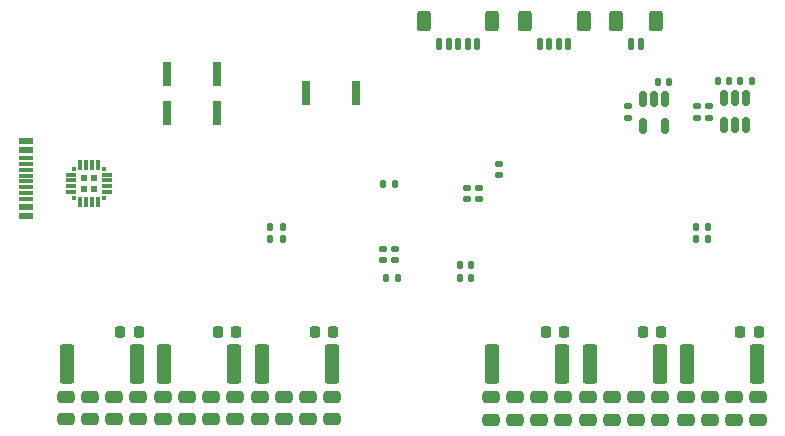
<source format=gbr>
%TF.GenerationSoftware,KiCad,Pcbnew,(6.0.4)*%
%TF.CreationDate,2023-01-05T12:04:55+08:00*%
%TF.ProjectId,FOC_Power,464f435f-506f-4776-9572-2e6b69636164,rev?*%
%TF.SameCoordinates,Original*%
%TF.FileFunction,Paste,Bot*%
%TF.FilePolarity,Positive*%
%FSLAX46Y46*%
G04 Gerber Fmt 4.6, Leading zero omitted, Abs format (unit mm)*
G04 Created by KiCad (PCBNEW (6.0.4)) date 2023-01-05 12:04:55*
%MOMM*%
%LPD*%
G01*
G04 APERTURE LIST*
G04 Aperture macros list*
%AMRoundRect*
0 Rectangle with rounded corners*
0 $1 Rounding radius*
0 $2 $3 $4 $5 $6 $7 $8 $9 X,Y pos of 4 corners*
0 Add a 4 corners polygon primitive as box body*
4,1,4,$2,$3,$4,$5,$6,$7,$8,$9,$2,$3,0*
0 Add four circle primitives for the rounded corners*
1,1,$1+$1,$2,$3*
1,1,$1+$1,$4,$5*
1,1,$1+$1,$6,$7*
1,1,$1+$1,$8,$9*
0 Add four rect primitives between the rounded corners*
20,1,$1+$1,$2,$3,$4,$5,0*
20,1,$1+$1,$4,$5,$6,$7,0*
20,1,$1+$1,$6,$7,$8,$9,0*
20,1,$1+$1,$8,$9,$2,$3,0*%
G04 Aperture macros list end*
%ADD10RoundRect,0.250000X0.475000X-0.250000X0.475000X0.250000X-0.475000X0.250000X-0.475000X-0.250000X0*%
%ADD11RoundRect,0.147500X-0.172500X0.147500X-0.172500X-0.147500X0.172500X-0.147500X0.172500X0.147500X0*%
%ADD12RoundRect,0.140000X-0.140000X-0.170000X0.140000X-0.170000X0.140000X0.170000X-0.140000X0.170000X0*%
%ADD13RoundRect,0.225000X0.225000X0.250000X-0.225000X0.250000X-0.225000X-0.250000X0.225000X-0.250000X0*%
%ADD14RoundRect,0.140000X0.170000X-0.140000X0.170000X0.140000X-0.170000X0.140000X-0.170000X-0.140000X0*%
%ADD15RoundRect,0.140000X0.140000X0.170000X-0.140000X0.170000X-0.140000X-0.170000X0.140000X-0.170000X0*%
%ADD16R,0.540000X0.540000*%
%ADD17R,0.300000X0.300000*%
%ADD18R,0.900000X0.300000*%
%ADD19R,0.300000X0.900000*%
%ADD20RoundRect,0.125000X-0.125000X-0.375000X0.125000X-0.375000X0.125000X0.375000X-0.125000X0.375000X0*%
%ADD21RoundRect,0.250000X-0.350000X-0.600000X0.350000X-0.600000X0.350000X0.600000X-0.350000X0.600000X0*%
%ADD22RoundRect,0.135000X0.135000X0.185000X-0.135000X0.185000X-0.135000X-0.185000X0.135000X-0.185000X0*%
%ADD23RoundRect,0.150000X-0.150000X0.512500X-0.150000X-0.512500X0.150000X-0.512500X0.150000X0.512500X0*%
%ADD24RoundRect,0.250000X0.362500X1.425000X-0.362500X1.425000X-0.362500X-1.425000X0.362500X-1.425000X0*%
%ADD25RoundRect,0.140000X-0.170000X0.140000X-0.170000X-0.140000X0.170000X-0.140000X0.170000X0.140000X0*%
%ADD26R,0.800000X2.000000*%
%ADD27R,1.160000X0.600000*%
%ADD28R,1.160000X0.300000*%
%ADD29RoundRect,0.135000X-0.135000X-0.185000X0.135000X-0.185000X0.135000X0.185000X-0.135000X0.185000X0*%
G04 APERTURE END LIST*
D10*
%TO.C,C42*%
X97425000Y-59465000D03*
X97425000Y-57565000D03*
%TD*%
%TO.C,C63*%
X83055000Y-59475000D03*
X83055000Y-57575000D03*
%TD*%
D11*
%TO.C,D2*%
X75485000Y-37817500D03*
X75485000Y-38787500D03*
%TD*%
D12*
%TO.C,C28*%
X88945000Y-30847500D03*
X89905000Y-30847500D03*
%TD*%
D13*
%TO.C,C39*%
X80990000Y-52045000D03*
X79440000Y-52045000D03*
%TD*%
D14*
%TO.C,C33*%
X86395000Y-33895000D03*
X86395000Y-32935000D03*
%TD*%
D10*
%TO.C,C57*%
X42875000Y-59445000D03*
X42875000Y-57545000D03*
%TD*%
D13*
%TO.C,C54*%
X53230000Y-52045000D03*
X51680000Y-52045000D03*
%TD*%
D10*
%TO.C,C74*%
X53125000Y-59445000D03*
X53125000Y-57545000D03*
%TD*%
%TO.C,C61*%
X80925000Y-59475000D03*
X80925000Y-57575000D03*
%TD*%
%TO.C,C75*%
X59345000Y-59445000D03*
X59345000Y-57545000D03*
%TD*%
D14*
%TO.C,C24*%
X93255000Y-33907500D03*
X93255000Y-32947500D03*
%TD*%
D10*
%TO.C,C66*%
X74845000Y-59475000D03*
X74845000Y-57575000D03*
%TD*%
D15*
%TO.C,C11*%
X66655000Y-39535000D03*
X65695000Y-39535000D03*
%TD*%
D16*
%TO.C,U4*%
X41245000Y-39015000D03*
X41245000Y-39915000D03*
X40345000Y-39015000D03*
X40345000Y-39915000D03*
D17*
X39545000Y-40715000D03*
D18*
X39245000Y-40215000D03*
X39245000Y-39715000D03*
X39245000Y-39215000D03*
X39245000Y-38715000D03*
D17*
X39545000Y-38215000D03*
D19*
X40045000Y-37915000D03*
X40545000Y-37915000D03*
X41045000Y-37915000D03*
X41545000Y-37915000D03*
D17*
X42045000Y-38215000D03*
D18*
X42345000Y-38715000D03*
X42345000Y-39215000D03*
X42345000Y-39715000D03*
X42345000Y-40215000D03*
D17*
X42045000Y-40715000D03*
D19*
X41545000Y-41015000D03*
X41045000Y-41015000D03*
X40545000Y-41015000D03*
X40045000Y-41015000D03*
%TD*%
D10*
%TO.C,C69*%
X57305000Y-59445000D03*
X57305000Y-57545000D03*
%TD*%
%TO.C,C59*%
X44895000Y-59445000D03*
X44895000Y-57545000D03*
%TD*%
D20*
%TO.C,J8*%
X86705000Y-27630724D03*
X87505000Y-27630724D03*
D21*
X85405000Y-25680724D03*
X88805000Y-25680724D03*
%TD*%
D14*
%TO.C,C10*%
X73785000Y-40775000D03*
X73785000Y-39815000D03*
%TD*%
D10*
%TO.C,C68*%
X47025000Y-59445000D03*
X47025000Y-57545000D03*
%TD*%
D22*
%TO.C,R27*%
X57165000Y-44165000D03*
X56145000Y-44165000D03*
%TD*%
D23*
%TO.C,U6*%
X87685000Y-32320000D03*
X88635000Y-32320000D03*
X89585000Y-32320000D03*
X89585000Y-34595000D03*
X87685000Y-34595000D03*
%TD*%
D24*
%TO.C,R5*%
X80837500Y-54775000D03*
X74912500Y-54775000D03*
%TD*%
D10*
%TO.C,C58*%
X61395000Y-59445000D03*
X61395000Y-57545000D03*
%TD*%
D20*
%TO.C,J9*%
X78970000Y-27630724D03*
X79770000Y-27630724D03*
X80570000Y-27630724D03*
X81370000Y-27630724D03*
D21*
X77670000Y-25680724D03*
X82670000Y-25680724D03*
%TD*%
D10*
%TO.C,C67*%
X85085000Y-59475000D03*
X85085000Y-57575000D03*
%TD*%
D25*
%TO.C,C15*%
X65645000Y-45015000D03*
X65645000Y-45975000D03*
%TD*%
D12*
%TO.C,C12*%
X65945000Y-47485000D03*
X66905000Y-47485000D03*
%TD*%
D10*
%TO.C,C65*%
X89155000Y-59475000D03*
X89155000Y-57575000D03*
%TD*%
%TO.C,C56*%
X38825000Y-59445000D03*
X38825000Y-57545000D03*
%TD*%
%TO.C,C62*%
X76865000Y-59475000D03*
X76865000Y-57575000D03*
%TD*%
D14*
%TO.C,C23*%
X92255000Y-33897500D03*
X92255000Y-32937500D03*
%TD*%
%TO.C,C17*%
X72765000Y-40775000D03*
X72765000Y-39815000D03*
%TD*%
D10*
%TO.C,C40*%
X93335000Y-59475000D03*
X93335000Y-57575000D03*
%TD*%
%TO.C,C43*%
X95375000Y-59475000D03*
X95375000Y-57575000D03*
%TD*%
D26*
%TO.C,S1*%
X59150660Y-31855000D03*
X63350660Y-31855000D03*
%TD*%
D10*
%TO.C,C71*%
X55265000Y-59445000D03*
X55265000Y-57545000D03*
%TD*%
D27*
%TO.C,J2*%
X35410000Y-42255000D03*
X35410000Y-41455000D03*
D28*
X35410000Y-40305000D03*
X35410000Y-39305000D03*
X35410000Y-38805000D03*
X35410000Y-37805000D03*
D27*
X35410000Y-36655000D03*
X35410000Y-35855000D03*
X35410000Y-35855000D03*
X35410000Y-36655000D03*
D28*
X35410000Y-37305000D03*
X35410000Y-38305000D03*
X35410000Y-39805000D03*
X35410000Y-40805000D03*
D27*
X35410000Y-41455000D03*
X35410000Y-42255000D03*
%TD*%
D24*
%TO.C,R34*%
X61315000Y-54785000D03*
X55390000Y-54785000D03*
%TD*%
D13*
%TO.C,C55*%
X44990000Y-52045000D03*
X43440000Y-52045000D03*
%TD*%
%TO.C,C38*%
X89240000Y-52045000D03*
X87690000Y-52045000D03*
%TD*%
D29*
%TO.C,R2*%
X92165000Y-43155000D03*
X93185000Y-43155000D03*
%TD*%
D20*
%TO.C,J7*%
X70435000Y-27630724D03*
X71235000Y-27630724D03*
X72035000Y-27630724D03*
X72835000Y-27630724D03*
X73635000Y-27630724D03*
D21*
X74935000Y-25680724D03*
X69135000Y-25680724D03*
%TD*%
D10*
%TO.C,C60*%
X78895000Y-59475000D03*
X78895000Y-57575000D03*
%TD*%
D12*
%TO.C,C16*%
X72205000Y-47445000D03*
X73165000Y-47445000D03*
%TD*%
D26*
%TO.C,S3*%
X47410660Y-33515000D03*
X51610660Y-33515000D03*
%TD*%
D25*
%TO.C,C14*%
X66665000Y-45015000D03*
X66665000Y-45975000D03*
%TD*%
D12*
%TO.C,C13*%
X72205000Y-46415000D03*
X73165000Y-46415000D03*
%TD*%
D13*
%TO.C,C37*%
X97490000Y-52045000D03*
X95940000Y-52045000D03*
%TD*%
D24*
%TO.C,R7*%
X97337500Y-54775000D03*
X91412500Y-54775000D03*
%TD*%
D26*
%TO.C,S*%
X47416320Y-30185000D03*
X51616320Y-30185000D03*
%TD*%
D24*
%TO.C,R33*%
X53075000Y-54785000D03*
X47150000Y-54785000D03*
%TD*%
%TO.C,R6*%
X89087500Y-54775000D03*
X83162500Y-54775000D03*
%TD*%
D10*
%TO.C,C41*%
X91295000Y-59475000D03*
X91295000Y-57575000D03*
%TD*%
%TO.C,C72*%
X51095000Y-59445000D03*
X51095000Y-57545000D03*
%TD*%
%TO.C,C64*%
X87115000Y-59475000D03*
X87115000Y-57575000D03*
%TD*%
%TO.C,C73*%
X49065000Y-59445000D03*
X49065000Y-57545000D03*
%TD*%
D29*
%TO.C,R15*%
X95915000Y-30795000D03*
X96935000Y-30795000D03*
%TD*%
D23*
%TO.C,U3*%
X94535000Y-32250000D03*
X95485000Y-32250000D03*
X96435000Y-32250000D03*
X96435000Y-34525000D03*
X95485000Y-34525000D03*
X94535000Y-34525000D03*
%TD*%
D29*
%TO.C,R28*%
X56145000Y-43145000D03*
X57165000Y-43145000D03*
%TD*%
D15*
%TO.C,C26*%
X94995000Y-30805000D03*
X94035000Y-30805000D03*
%TD*%
D22*
%TO.C,R1*%
X93185000Y-44175000D03*
X92165000Y-44175000D03*
%TD*%
D10*
%TO.C,C70*%
X40855000Y-59445000D03*
X40855000Y-57545000D03*
%TD*%
D13*
%TO.C,C53*%
X61460000Y-52055000D03*
X59910000Y-52055000D03*
%TD*%
D24*
%TO.C,R32*%
X44835000Y-54785000D03*
X38910000Y-54785000D03*
%TD*%
M02*

</source>
